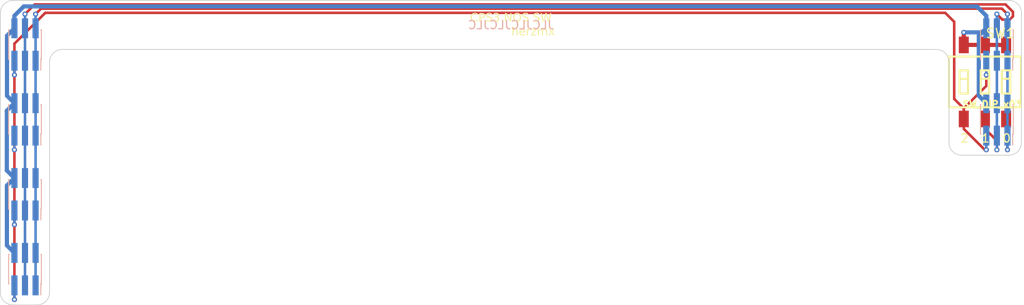
<source format=kicad_pcb>
(kicad_pcb (version 20240108) (generator "pcbnew") (generator_version "8.0")
  (layers (0 "F.Cu" signal) (31 "B.Cu" signal) (34 "B.Paste" user) (35 "F.Paste" user) (36 "B.SilkS" user "B.Silkscreen") (37 "F.SilkS" user "F.Silkscreen") (38 "B.Mask" user) (39 "F.Mask" user) (44 "Edge.Cuts" user))
  (net 0 "")
  (net 1 "/GND")
  (net 2 "/A0")
  (net 3 "/A2")
  (net 4 "/A1")
  (footprint "CPS3:SW-SMD_6P-L8.6-W6.2-P2.54-LS9.8" (layer "F.Cu") (at 255.2405 41.230001)
    (property "Reference" "SW1" (at 0 -5.842 0) (layer "F.SilkS") (effects (font (size 1.143 1.143) (thickness 0.152)) (justify left)))
    (property "Value" "SW_DIP_x03" (at -2.794 2.687 0) (layer "F.SilkS") (effects (font (size 0.8 0.8) (thickness 0.2)) (justify left)))
    (fp_line (start -4.318 -3.048) (end 3.81 -3.048) (stroke (width 0.254)) (layer "F.SilkS"))
    (fp_line (start -4.318 3.048) (end -4.318 -3.048) (stroke (width 0.254)) (layer "F.SilkS"))
    (fp_line (start -3.048 -1.397) (end -3.048 1.397) (stroke (width 0.254)) (layer "F.SilkS"))
    (fp_line (start -3.048 -0.381) (end -2.159 -0.381) (stroke (width 0.254)) (layer "F.SilkS"))
    (fp_line (start -3.048 1.397) (end -2.032 1.397) (stroke (width 0.254)) (layer "F.SilkS"))
    (fp_line (start -2.032 -1.397) (end -3.048 -1.397) (stroke (width 0.254)) (layer "F.SilkS"))
    (fp_line (start -2.032 1.397) (end -2.032 -1.397) (stroke (width 0.254)) (layer "F.SilkS"))
    (fp_line (start -0.508 -1.397) (end -0.508 1.397) (stroke (width 0.254)) (layer "F.SilkS"))
    (fp_line (start -0.508 -0.381) (end 0.381 -0.381) (stroke (width 0.254)) (layer "F.SilkS"))
    (fp_line (start -0.508 1.397) (end 0.508 1.397) (stroke (width 0.254)) (layer "F.SilkS"))
    (fp_line (start 0.508 -1.397) (end -0.508 -1.397) (stroke (width 0.254)) (layer "F.SilkS"))
    (fp_line (start 0.508 1.397) (end 0.508 -1.397) (stroke (width 0.254)) (layer "F.SilkS"))
    (fp_line (start 2.032 -1.397) (end 2.032 1.397) (stroke (width 0.254)) (layer "F.SilkS"))
    (fp_line (start 2.032 -0.381) (end 2.921 -0.381) (stroke (width 0.254)) (layer "F.SilkS"))
    (fp_line (start 2.032 1.397) (end 3.048 1.397) (stroke (width 0.254)) (layer "F.SilkS"))
    (fp_line (start 3.048 -1.397) (end 2.032 -1.397) (stroke (width 0.254)) (layer "F.SilkS"))
    (fp_line (start 3.048 1.397) (end 3.048 -1.397) (stroke (width 0.254)) (layer "F.SilkS"))
    (fp_line (start 3.81 -3.048) (end 4.318 -3.048) (stroke (width 0.254)) (layer "F.SilkS"))
    (fp_line (start 4.318 -3.048) (end 4.318 3.048) (stroke (width 0.254)) (layer "F.SilkS"))
    (fp_line (start 4.318 3.048) (end -4.318 3.048) (stroke (width 0.254)) (layer "F.SilkS"))
    (pad "1" smd rect (at -2.54 4.45) (size 1.2 2) (layers "F.Cu" "F.Paste" "F.Mask") (net 3 "/A2"))
    (pad "2" smd rect (at 0 4.45) (size 1.2 2) (layers "F.Cu" "F.Paste" "F.Mask") (net 4 "/A1"))
    (pad "3" smd rect (at 2.54 4.45) (size 1.2 2) (layers "F.Cu" "F.Paste" "F.Mask") (net 2 "/A0"))
    (pad "4" smd rect (at 2.54 -4.45) (size 1.2 2) (layers "F.Cu" "F.Paste" "F.Mask") (net 1 "/GND"))
    (pad "5" smd rect (at 0 -4.45) (size 1.2 2) (layers "F.Cu" "F.Paste" "F.Mask") (net 1 "/GND"))
    (pad "6" smd rect (at -2.54 -4.45) (size 1.2 2) (layers "F.Cu" "F.Paste" "F.Mask") (net 1 "/GND"))
  )
  (footprint "Connector_PinHeader_1.27mm:PinHeader_2x03_P1.27mm_Vertical_SMD" (layer "B.Cu") (at 256.6705 36.730001 90)
    (property "Reference" "J5" (hide yes))
    (property "Value" "Conn_02x03_Odd_Even" (hide yes))
    (fp_line (start 1.765 -1.965) (end -1.765 -1.965) (stroke (width 0.12)) (layer "B.SilkS"))
    (fp_line (start 1.765 -1.965) (end 1.765 -1.9) (stroke (width 0.12)) (layer "B.SilkS"))
    (fp_line (start -1.765 -1.965) (end -1.765 -1.9) (stroke (width 0.12)) (layer "B.SilkS"))
    (fp_line (start 1.765 1.9) (end 1.765 1.965) (stroke (width 0.12)) (layer "B.SilkS"))
    (fp_line (start -1.765 1.9) (end -3.09 1.9) (stroke (width 0.12)) (layer "B.SilkS"))
    (fp_line (start -1.765 1.9) (end -1.765 1.965) (stroke (width 0.12)) (layer "B.SilkS"))
    (fp_line (start 1.765 1.965) (end -1.765 1.965) (stroke (width 0.12)) (layer "B.SilkS"))
    (pad "1" smd rect (at -1.95 1.27 90) (size 2.4 0.74) (layers "B.Cu" "B.Paste" "B.Mask") (net 2 "/A0"))
    (pad "2" smd rect (at 1.95 1.27 90) (size 2.4 0.74) (layers "B.Cu" "B.Paste" "B.Mask") (net 2 "/A0"))
    (pad "3" smd rect (at -1.95 0 90) (size 2.4 0.74) (layers "B.Cu" "B.Paste" "B.Mask") (net 4 "/A1"))
    (pad "4" smd rect (at 1.95 0 90) (size 2.4 0.74) (layers "B.Cu" "B.Paste" "B.Mask") (net 4 "/A1"))
    (pad "5" smd rect (at -1.95 -1.27 90) (size 2.4 0.74) (layers "B.Cu" "B.Paste" "B.Mask") (net 3 "/A2"))
    (pad "6" smd rect (at 1.95 -1.27 90) (size 2.4 0.74) (layers "B.Cu" "B.Paste" "B.Mask") (net 1 "/GND"))
  )
  (footprint "Connector_PinHeader_1.27mm:PinHeader_2x03_P1.27mm_Vertical_SMD" (layer "B.Cu") (at 140.0405 54.730001 90)
    (property "Reference" "J3" (hide yes))
    (property "Value" "Conn_02x03_Odd_Even" (hide yes))
    (fp_line (start 1.765 -1.965) (end -1.765 -1.965) (stroke (width 0.12)) (layer "B.SilkS"))
    (fp_line (start 1.765 -1.965) (end 1.765 -1.9) (stroke (width 0.12)) (layer "B.SilkS"))
    (fp_line (start -1.765 -1.965) (end -1.765 -1.9) (stroke (width 0.12)) (layer "B.SilkS"))
    (fp_line (start 1.765 1.9) (end 1.765 1.965) (stroke (width 0.12)) (layer "B.SilkS"))
    (fp_line (start -1.765 1.9) (end -3.09 1.9) (stroke (width 0.12)) (layer "B.SilkS"))
    (fp_line (start -1.765 1.9) (end -1.765 1.965) (stroke (width 0.12)) (layer "B.SilkS"))
    (fp_line (start 1.765 1.965) (end -1.765 1.965) (stroke (width 0.12)) (layer "B.SilkS"))
    (pad "1" smd rect (at -1.95 1.27 90) (size 2.4 0.74) (layers "B.Cu" "B.Paste" "B.Mask") (net 2 "/A0"))
    (pad "2" smd rect (at 1.95 1.27 90) (size 2.4 0.74) (layers "B.Cu" "B.Paste" "B.Mask") (net 2 "/A0"))
    (pad "3" smd rect (at -1.95 0 90) (size 2.4 0.74) (layers "B.Cu" "B.Paste" "B.Mask") (net 4 "/A1"))
    (pad "4" smd rect (at 1.95 0 90) (size 2.4 0.74) (layers "B.Cu" "B.Paste" "B.Mask") (net 4 "/A1"))
    (pad "5" smd rect (at -1.95 -1.27 90) (size 2.4 0.74) (layers "B.Cu" "B.Paste" "B.Mask") (net 3 "/A2"))
    (pad "6" smd rect (at 1.95 -1.27 90) (size 2.4 0.74) (layers "B.Cu" "B.Paste" "B.Mask") (net 1 "/GND"))
  )
  (footprint "Connector_PinHeader_1.27mm:PinHeader_2x03_P1.27mm_Vertical_SMD" (layer "B.Cu") (at 140.0405 63.730001 90)
    (property "Reference" "J4" (hide yes))
    (property "Value" "Conn_02x03_Odd_Even" (hide yes))
    (fp_line (start 1.765 -1.965) (end -1.765 -1.965) (stroke (width 0.12)) (layer "B.SilkS"))
    (fp_line (start 1.765 -1.965) (end 1.765 -1.9) (stroke (width 0.12)) (layer "B.SilkS"))
    (fp_line (start -1.765 -1.965) (end -1.765 -1.9) (stroke (width 0.12)) (layer "B.SilkS"))
    (fp_line (start 1.765 1.9) (end 1.765 1.965) (stroke (width 0.12)) (layer "B.SilkS"))
    (fp_line (start -1.765 1.9) (end -3.09 1.9) (stroke (width 0.12)) (layer "B.SilkS"))
    (fp_line (start -1.765 1.9) (end -1.765 1.965) (stroke (width 0.12)) (layer "B.SilkS"))
    (fp_line (start 1.765 1.965) (end -1.765 1.965) (stroke (width 0.12)) (layer "B.SilkS"))
    (pad "1" smd rect (at -1.95 1.27 90) (size 2.4 0.74) (layers "B.Cu" "B.Paste" "B.Mask") (net 2 "/A0"))
    (pad "2" smd rect (at 1.95 1.27 90) (size 2.4 0.74) (layers "B.Cu" "B.Paste" "B.Mask") (net 2 "/A0"))
    (pad "3" smd rect (at -1.95 0 90) (size 2.4 0.74) (layers "B.Cu" "B.Paste" "B.Mask") (net 4 "/A1"))
    (pad "4" smd rect (at 1.95 0 90) (size 2.4 0.74) (layers "B.Cu" "B.Paste" "B.Mask") (net 4 "/A1"))
    (pad "5" smd rect (at -1.95 -1.27 90) (size 2.4 0.74) (layers "B.Cu" "B.Paste" "B.Mask") (net 3 "/A2"))
    (pad "6" smd rect (at 1.95 -1.27 90) (size 2.4 0.74) (layers "B.Cu" "B.Paste" "B.Mask") (net 1 "/GND"))
  )
  (footprint "Connector_PinHeader_1.27mm:PinHeader_2x03_P1.27mm_Vertical_SMD" (layer "B.Cu") (at 140.0405 45.730001 90)
    (property "Reference" "J2" (hide yes))
    (property "Value" "Conn_02x03_Odd_Even" (hide yes))
    (fp_line (start 1.765 -1.965) (end -1.765 -1.965) (stroke (width 0.12)) (layer "B.SilkS"))
    (fp_line (start 1.765 -1.965) (end 1.765 -1.9) (stroke (width 0.12)) (layer "B.SilkS"))
    (fp_line (start -1.765 -1.965) (end -1.765 -1.9) (stroke (width 0.12)) (layer "B.SilkS"))
    (fp_line (start 1.765 1.9) (end 1.765 1.965) (stroke (width 0.12)) (layer "B.SilkS"))
    (fp_line (start -1.765 1.9) (end -3.09 1.9) (stroke (width 0.12)) (layer "B.SilkS"))
    (fp_line (start -1.765 1.9) (end -1.765 1.965) (stroke (width 0.12)) (layer "B.SilkS"))
    (fp_line (start 1.765 1.965) (end -1.765 1.965) (stroke (width 0.12)) (layer "B.SilkS"))
    (pad "1" smd rect (at -1.95 1.27 90) (size 2.4 0.74) (layers "B.Cu" "B.Paste" "B.Mask") (net 2 "/A0"))
    (pad "2" smd rect (at 1.95 1.27 90) (size 2.4 0.74) (layers "B.Cu" "B.Paste" "B.Mask") (net 2 "/A0"))
    (pad "3" smd rect (at -1.95 0 90) (size 2.4 0.74) (layers "B.Cu" "B.Paste" "B.Mask") (net 4 "/A1"))
    (pad "4" smd rect (at 1.95 0 90) (size 2.4 0.74) (layers "B.Cu" "B.Paste" "B.Mask") (net 4 "/A1"))
    (pad "5" smd rect (at -1.95 -1.27 90) (size 2.4 0.74) (layers "B.Cu" "B.Paste" "B.Mask") (net 3 "/A2"))
    (pad "6" smd rect (at 1.95 -1.27 90) (size 2.4 0.74) (layers "B.Cu" "B.Paste" "B.Mask") (net 1 "/GND"))
  )
  (footprint "Connector_PinHeader_1.27mm:PinHeader_2x03_P1.27mm_Vertical_SMD" (layer "B.Cu") (at 256.6705 45.730001 90)
    (property "Reference" "J6" (hide yes))
    (property "Value" "Conn_02x03_Odd_Even" (hide yes))
    (fp_line (start 1.765 -1.965) (end -1.765 -1.965) (stroke (width 0.12)) (layer "B.SilkS"))
    (fp_line (start 1.765 -1.965) (end 1.765 -1.9) (stroke (width 0.12)) (layer "B.SilkS"))
    (fp_line (start -1.765 -1.965) (end -1.765 -1.9) (stroke (width 0.12)) (layer "B.SilkS"))
    (fp_line (start 1.765 1.9) (end 1.765 1.965) (stroke (width 0.12)) (layer "B.SilkS"))
    (fp_line (start -1.765 1.9) (end -3.09 1.9) (stroke (width 0.12)) (layer "B.SilkS"))
    (fp_line (start -1.765 1.9) (end -1.765 1.965) (stroke (width 0.12)) (layer "B.SilkS"))
    (fp_line (start 1.765 1.965) (end -1.765 1.965) (stroke (width 0.12)) (layer "B.SilkS"))
    (pad "1" smd rect (at -1.95 1.27 90) (size 2.4 0.74) (layers "B.Cu" "B.Paste" "B.Mask") (net 2 "/A0"))
    (pad "2" smd rect (at 1.95 1.27 90) (size 2.4 0.74) (layers "B.Cu" "B.Paste" "B.Mask") (net 2 "/A0"))
    (pad "3" smd rect (at -1.95 0 90) (size 2.4 0.74) (layers "B.Cu" "B.Paste" "B.Mask") (net 4 "/A1"))
    (pad "4" smd rect (at 1.95 0 90) (size 2.4 0.74) (layers "B.Cu" "B.Paste" "B.Mask") (net 4 "/A1"))
    (pad "5" smd rect (at -1.95 -1.27 90) (size 2.4 0.74) (layers "B.Cu" "B.Paste" "B.Mask") (net 3 "/A2"))
    (pad "6" smd rect (at 1.95 -1.27 90) (size 2.4 0.74) (layers "B.Cu" "B.Paste" "B.Mask") (net 1 "/GND"))
  )
  (footprint "Connector_PinHeader_1.27mm:PinHeader_2x03_P1.27mm_Vertical_SMD" (layer "B.Cu") (at 140.0405 36.730001 90)
    (property "Reference" "J1" (hide yes))
    (property "Value" "Conn_02x03_Odd_Even" (hide yes))
    (fp_line (start 1.765 -1.965) (end -1.765 -1.965) (stroke (width 0.12)) (layer "B.SilkS"))
    (fp_line (start 1.765 -1.965) (end 1.765 -1.9) (stroke (width 0.12)) (layer "B.SilkS"))
    (fp_line (start -1.765 -1.965) (end -1.765 -1.9) (stroke (width 0.12)) (layer "B.SilkS"))
    (fp_line (start 1.765 1.9) (end 1.765 1.965) (stroke (width 0.12)) (layer "B.SilkS"))
    (fp_line (start -1.765 1.9) (end -3.09 1.9) (stroke (width 0.12)) (layer "B.SilkS"))
    (fp_line (start -1.765 1.9) (end -1.765 1.965) (stroke (width 0.12)) (layer "B.SilkS"))
    (fp_line (start 1.765 1.965) (end -1.765 1.965) (stroke (width 0.12)) (layer "B.SilkS"))
    (pad "1" smd rect (at -1.95 1.27 90) (size 2.4 0.74) (layers "B.Cu" "B.Paste" "B.Mask") (net 2 "/A0"))
    (pad "2" smd rect (at 1.95 1.27 90) (size 2.4 0.74) (layers "B.Cu" "B.Paste" "B.Mask") (net 2 "/A0"))
    (pad "3" smd rect (at -1.95 0 90) (size 2.4 0.74) (layers "B.Cu" "B.Paste" "B.Mask") (net 4 "/A1"))
    (pad "4" smd rect (at 1.95 0 90) (size 2.4 0.74) (layers "B.Cu" "B.Paste" "B.Mask") (net 4 "/A1"))
    (pad "5" smd rect (at -1.95 -1.27 90) (size 2.4 0.74) (layers "B.Cu" "B.Paste" "B.Mask") (net 3 "/A2"))
    (pad "6" smd rect (at 1.95 -1.27 90) (size 2.4 0.74) (layers "B.Cu" "B.Paste" "B.Mask") (net 1 "/GND"))
  )
  (gr_line (start 259.6205 32.930001) (end 259.6205 48.530001) (stroke (width 0.1)) (layer "Edge.Cuts"))
  (gr_line (start 252.4225 50.030001) (end 258.1205 50.030001) (stroke (width 0.1)) (layer "Edge.Cuts"))
  (gr_line (start 138.5905 31.430001) (end 258.1205 31.430001) (stroke (width 0.1)) (layer "Edge.Cuts"))
  (gr_line (start 137.0905 32.930001) (end 137.0905 66.530001) (stroke (width 0.1)) (layer "Edge.Cuts"))
  (gr_line (start 249.4225 37.330001) (end 144.4905 37.330001) (stroke (width 0.1)) (layer "Edge.Cuts"))
  (gr_arc (start 137.0905 32.930001) (mid 137.52984 31.869341) (end 138.5905 31.430001) (stroke (width 0.1)) (layer "Edge.Cuts"))
  (gr_arc (start 142.9905 66.530001) (mid 142.55116 67.590661) (end 141.4905 68.030001) (stroke (width 0.1)) (layer "Edge.Cuts"))
  (gr_line (start 138.5905 68.030001) (end 141.4905 68.030001) (stroke (width 0.1)) (layer "Edge.Cuts"))
  (gr_line (start 142.9905 66.530001) (end 142.9905 38.830001) (stroke (width 0.1)) (layer "Edge.Cuts"))
  (gr_arc (start 142.9905 38.830001) (mid 143.429839 37.76934) (end 144.4905 37.330001) (stroke (width 0.1)) (layer "Edge.Cuts"))
  (gr_arc (start 258.1205 31.430001) (mid 259.18116 31.869341) (end 259.6205 32.930001) (stroke (width 0.1)) (layer "Edge.Cuts"))
  (gr_arc (start 259.6205 48.530001) (mid 259.18116 49.590661) (end 258.1205 50.030001) (stroke (width 0.1)) (layer "Edge.Cuts"))
  (gr_arc (start 249.4225 37.330001) (mid 250.48316 37.769341) (end 250.9225 38.830001) (stroke (width 0.1)) (layer "Edge.Cuts"))
  (gr_line (start 250.9225 38.830001) (end 250.9225 48.530001) (stroke (width 0.1)) (layer "Edge.Cuts"))
  (gr_arc (start 138.5905 68.030001) (mid 137.529839 67.590662) (end 137.0905 66.530001) (stroke (width 0.1)) (layer "Edge.Cuts"))
  (gr_arc (start 252.4225 50.030001) (mid 251.361839 49.590662) (end 250.9225 48.530001) (stroke (width 0.1)) (layer "Edge.Cuts"))
  (gr_text "JLCJLCJLCJLC" (at 198.3555 34.380001 0) (layer "B.SilkS") (effects (font (size 1 1)) (justify mirror)))
  (gr_text "2" (at 252.77 48 0) (layer "F.SilkS") (effects (font (size 1 1))))
  (gr_text "1" (at 255.31 48 0) (layer "F.SilkS") (effects (font (size 1 1))))
  (gr_text "CPS3 NOS SW\n            herzmx" (at 198.3555 34.380001 0) (layer "F.SilkS") (effects (font (size 1 1))))
  (gr_text "0" (at 257.85 48 0) (layer "F.SilkS") (effects (font (size 1 1))))
  (segment (start 252.7005 36.780001) (end 257.7805 36.780001) (width 0.5) (layer "F.Cu") (net 1))
  (segment (start 252.77 36.710501) (end 252.7005 36.780001) (width 0.5) (layer "F.Cu") (net 1))
  (segment (start 252.7005 35.274999) (end 252.7005 36.780001) (width 0.5) (layer "F.Cu") (net 1))
  (via (at 252.7005 35.274999) (size 0.61) (drill 0.305) (layers "F.Cu" "B.Cu") (net 1))
  (segment (start 138.7705 52.780001) (end 137.86 51.869501) (width 0.5) (layer "B.Cu") (net 1))
  (segment (start 137.86 44.690501) (end 138.7705 43.780001) (width 0.5) (layer "B.Cu") (net 1))
  (segment (start 137.86 51.869501) (end 137.86 44.690501) (width 0.5) (layer "B.Cu") (net 1))
  (segment (start 138.7705 33.277267) (end 139.897767 32.15) (width 0.5) (layer "B.Cu") (net 1))
  (segment (start 137.88 42.889501) (end 137.88 35.670501) (width 0.5) (layer "B.Cu") (net 1))
  (segment (start 138.7705 61.780001) (end 137.87 60.879501) (width 0.5) (layer "B.Cu") (net 1))
  (segment (start 137.87 60.879501) (end 137.87 53.680501) (width 0.5) (layer "B.Cu") (net 1))
  (segment (start 252.774999 35.27) (end 252.77 35.274999) (width 0.5) (layer "B.Cu") (net 1))
  (segment (start 138.7705 34.780001) (end 138.7705 33.277267) (width 0.5) (layer "B.Cu") (net 1))
  (segment (start 137.88 35.670501) (end 138.7705 34.780001) (width 0.5) (layer "B.Cu") (net 1))
  (segment (start 255.4005 34.780001) (end 254.910501 35.27) (width 0.5) (layer "B.Cu") (net 1))
  (segment (start 139.897767 32.15) (end 254.27 32.15) (width 0.5) (layer "B.Cu") (net 1))
  (segment (start 138.7705 43.780001) (end 137.88 42.889501) (width 0.5) (layer "B.Cu") (net 1))
  (segment (start 255.4005 33.2805) (end 255.4005 34.780001) (width 0.5) (layer "B.Cu") (net 1))
  (segment (start 255.4005 34.780001) (end 254.5 35.680501) (width 0.5) (layer "B.Cu") (net 1))
  (segment (start 254.27 32.15) (end 255.4005 33.2805) (width 0.5) (layer "B.Cu") (net 1))
  (segment (start 137.87 53.680501) (end 138.7705 52.780001) (width 0.5) (layer "B.Cu") (net 1))
  (segment (start 254.910501 35.27) (end 252.774999 35.27) (width 0.5) (layer "B.Cu") (net 1))
  (segment (start 254.5 35.680501) (end 254.5 42.879501) (width 0.5) (layer "B.Cu") (net 1))
  (segment (start 254.5 42.879501) (end 255.4005 43.780001) (width 0.5) (layer "B.Cu") (net 1))
  (segment (start 257.92 49.364503) (end 257.92 45.819501) (width 0.305) (layer "F.Cu") (net 2))
  (segment (start 257.92 45.819501) (end 257.7805 45.680001) (width 0.305) (layer "F.Cu") (net 2))
  (segment (start 257.277499 32.417499) (end 141.968 32.417499) (width 0.305) (layer "F.Cu") (net 2))
  (segment (start 257.934999 33.074999) (end 257.277499 32.417499) (width 0.305) (layer "F.Cu") (net 2))
  (segment (start 141.968 32.417499) (end 141.3105 33.074999) (width 0.305) (layer "F.Cu") (net 2))
  (segment (start 257.9405 33.074999) (end 257.934999 33.074999) (width 0.305) (layer "F.Cu") (net 2))
  (segment (start 257.7805 45.680001) (end 257.85 45.680001) (width 0.305) (layer "F.Cu") (net 2))
  (segment (start 257.9405 49.385003) (end 257.92 49.364503) (width 0.305) (layer "F.Cu") (net 2))
  (via (at 257.9405 49.385003) (size 0.61) (drill 0.305) (layers "F.Cu" "B.Cu") (net 2))
  (via (at 257.9405 33.074999) (size 0.61) (drill 0.305) (layers "F.Cu" "B.Cu") (net 2))
  (via (at 141.3105 33.074999) (size 0.61) (drill 0.305) (layers "F.Cu" "B.Cu") (net 2))
  (segment (start 257.9405 47.680001) (end 257.9405 49.385003) (width 0.305) (layer "B.Cu") (net 2))
  (segment (start 141.3105 34.780001) (end 141.3105 65.680001) (width 0.305) (layer "B.Cu") (net 2))
  (segment (start 257.9405 34.780001) (end 257.9405 47.680001) (width 0.305) (layer "B.Cu") (net 2))
  (segment (start 141.3105 34.780001) (end 141.3105 33.074999) (width 0.305) (layer "B.Cu") (net 2))
  (segment (start 257.9405 34.780001) (end 257.9405 33.074999) (width 0.305) (layer "B.Cu") (net 2))
  (segment (start 255.4005 41.7095) (end 252.7005 44.4095) (width 0.305) (layer "F.Cu") (net 3))
  (segment (start 138.7705 67.385003) (end 138.7705 40.385003) (width 0.305) (layer "F.Cu") (net 3))
  (segment (start 142.477501 32.922499) (end 250.472499 32.922499) (width 0.305) (layer "F.Cu") (net 3))
  (segment (start 255.215003 49.385003) (end 252.7005 46.8705) (width 0.305) (layer "F.Cu") (net 3))
  (segment (start 138.7705 40.385003) (end 138.7705 36.6295) (width 0.305) (layer "F.Cu") (net 3))
  (segment (start 252.7005 46.8705) (end 252.7005 45.680001) (width 0.305) (layer "F.Cu") (net 3))
  (segment (start 255.4005 49.385003) (end 255.215003 49.385003) (width 0.305) (layer "F.Cu") (net 3))
  (segment (start 251.55 43.27) (end 252.7005 44.4205) (width 0.305) (layer "F.Cu") (net 3))
  (segment (start 251.55 34) (end 251.55 43.27) (width 0.305) (layer "F.Cu") (net 3))
  (segment (start 255.4005 40.385003) (end 255.4005 41.7095) (width 0.305) (layer "F.Cu") (net 3))
  (segment (start 250.472499 32.922499) (end 251.55 34) (width 0.305) (layer "F.Cu") (net 3))
  (segment (start 252.7005 44.4205) (end 252.7005 45.680001) (width 0.305) (layer "F.Cu") (net 3))
  (segment (start 252.7005 44.4095) (end 252.7005 45.680001) (width 0.305) (layer "F.Cu") (net 3))
  (segment (start 138.7705 36.6295) (end 142.477501 32.922499) (width 0.305) (layer "F.Cu") (net 3))
  (via (at 138.7705 49.385003) (size 0.61) (drill 0.305) (layers "F.Cu" "B.Cu") (net 3))
  (via (at 255.4005 40.385003) (size 0.61) (drill 0.305) (layers "F.Cu" "B.Cu") (net 3))
  (via (at 255.4005 49.385003) (size 0.61) (drill 0.305) (layers "F.Cu" "B.Cu") (net 3))
  (via (at 138.7705 40.385003) (size 0.61) (drill 0.305) (layers "F.Cu" "B.Cu") (net 3))
  (via (at 138.7705 67.385003) (size 0.61) (drill 0.305) (layers "F.Cu" "B.Cu") (net 3))
  (via (at 138.7705 58.385003) (size 0.61) (drill 0.305) (layers "F.Cu" "B.Cu") (net 3))
  (segment (start 255.4005 40.385003) (end 255.4005 38.680001) (width 0.305) (layer "B.Cu") (net 3))
  (segment (start 138.7705 47.680001) (end 138.7705 49.385003) (width 0.25) (layer "B.Cu") (net 3))
  (segment (start 138.7705 56.680001) (end 138.7705 58.385003) (width 0.305) (layer "B.Cu") (net 3))
  (segment (start 138.7705 38.680001) (end 138.7705 40.385003) (width 0.305) (layer "B.Cu") (net 3))
  (segment (start 255.4005 47.680001) (end 255.4005 49.385003) (width 0.305) (layer "B.Cu") (net 3))
  (segment (start 138.7705 65.680001) (end 138.7705 67.385003) (width 0.305) (layer "B.Cu") (net 3))
  (segment (start 258.598 33.347345) (end 258.598 32.802653) (width 0.305) (layer "F.Cu") (net 4))
  (segment (start 256.6705 49.385003) (end 256.6705 48.2905) (width 0.305) (layer "F.Cu") (net 4))
  (segment (start 256.6705 33.0805) (end 257.322499 33.732499) (width 0.305) (layer "F.Cu") (net 4))
  (segment (start 141.203 31.912499) (end 140.0405 33.074999) (width 0.305) (layer "F.Cu") (net 4))
  (segment (start 258.598 32.802653) (end 257.707846 31.912499) (width 0.305) (layer "F.Cu") (net 4))
  (segment (start 256.6705 33.074999) (end 256.6705 33.0805) (width 0.305) (layer "F.Cu") (net 4))
  (segment (start 257.707846 31.912499) (end 141.203 31.912499) (width 0.305) (layer "F.Cu") (net 4))
  (segment (start 257.322499 33.732499) (end 258.212846 33.732499) (width 0.305) (layer "F.Cu") (net 4))
  (segment (start 256.6705 48.2905) (end 255.2405 46.8605) (width 0.305) (layer "F.Cu") (net 4))
  (segment (start 258.212846 33.732499) (end 258.598 33.347345) (width 0.305) (layer "F.Cu") (net 4))
  (segment (start 255.2405 46.8605) (end 255.2405 45.680001) (width 0.305) (layer "F.Cu") (net 4))
  (via (at 256.6705 49.385003) (size 0.61) (drill 0.305) (layers "F.Cu" "B.Cu") (net 4))
  (via (at 256.6705 33.074999) (size 0.61) (drill 0.305) (layers "F.Cu" "B.Cu") (net 4))
  (via (at 140.0405 33.074999) (size 0.61) (drill 0.305) (layers "F.Cu" "B.Cu") (net 4))
  (segment (start 256.6705 34.780001) (end 256.6705 33.074999) (width 0.305) (layer "B.Cu") (net 4))
  (segment (start 256.6705 34.780001) (end 256.6705 47.680001) (width 0.305) (layer "B.Cu") (net 4))
  (segment (start 140.0405 34.780001) (end 140.0405 65.680001) (width 0.305) (layer "B.Cu") (net 4))
  (segment (start 256.6705 47.680001) (end 256.6705 49.385003) (width 0.305) (layer "B.Cu") (net 4))
  (segment (start 140.0405 34.780001) (end 140.0405 33.074999) (width 0.305) (layer "B.Cu") (net 4))
)
</source>
